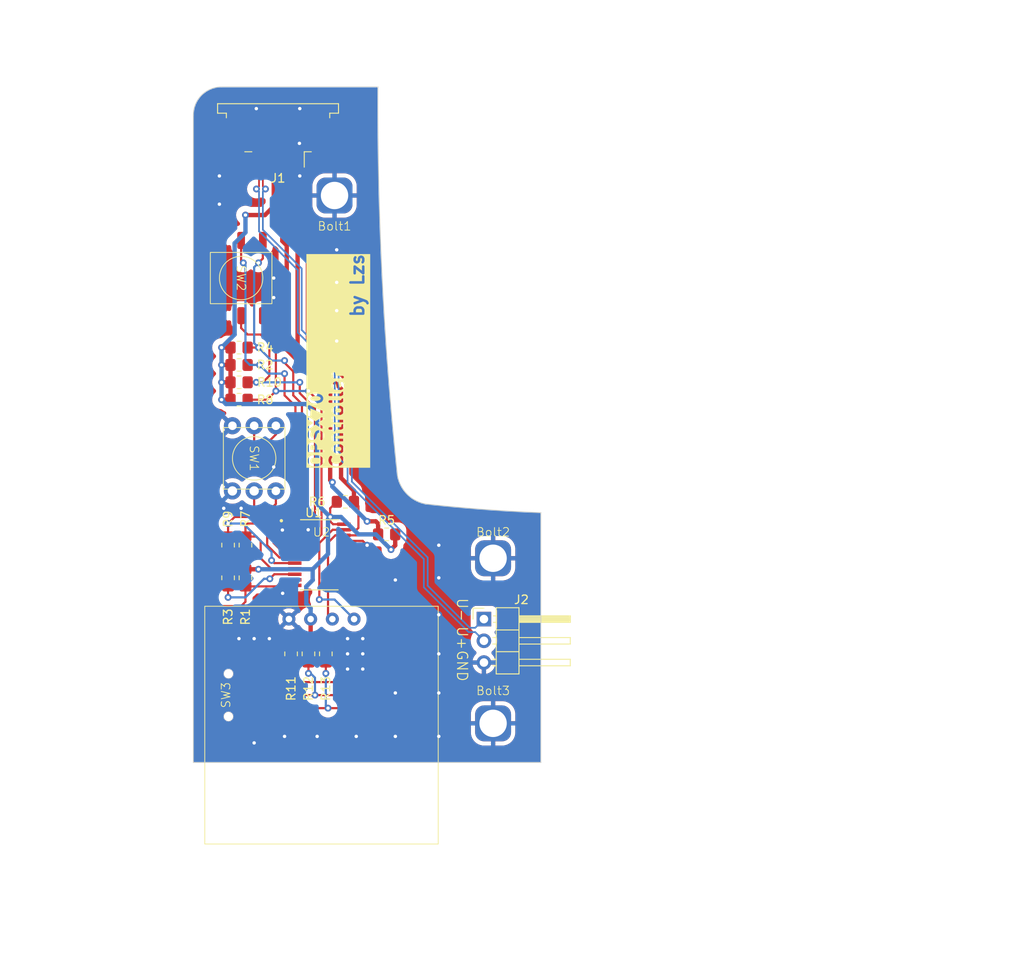
<source format=kicad_pcb>
(kicad_pcb (version 20221018) (generator pcbnew)
  (layers (0 "F.Cu" signal) (31 "B.Cu" signal) (34 "B.Paste" user) (35 "F.Paste" user) (36 "B.SilkS" user "B.Silkscreen") (37 "F.SilkS" user "F.Silkscreen") (38 "B.Mask" user) (39 "F.Mask" user) (44 "Edge.Cuts" user))
  (net 0 "")
  (net 7 "/SCL")
  (net 8 "+3.3V")
  (net 9 "/SDA")
  (net 10 "GND")
  (net 11 "/M_8")
  (net 12 "/M_4")
  (net 13 "/M_2")
  (net 14 "/M_1")
  (net 15 "/A_8")
  (net 16 "/A_4")
  (net 17 "/A_2")
  (net 18 "/A_1")
  (net 19 "/UD-")
  (net 20 "/UD+")
  (net 21 "/SW_A")
  (net 22 "/SW_PUSH")
  (net 23 "/SW_B")
  (footprint "Resistor_SMD:R_0805_2012Metric_Pad1.20x1.40mm_HandSolder" (layer "F.Cu") (at 97.536 98.298 180)
    (fp_text reference "R6" (at 3.302 0) (layer "F.SilkS"))
    (fp_text value "10k")
    (pad "1" smd roundrect (at -1 0 180) (size 1.2 1.4) (layers "F.Cu" "F.Paste" "F.Mask") (roundrect_rratio 0.2083333333) (net 9 "/SDA"))
    (pad "2" smd roundrect (at 1 0 180) (size 1.2 1.4) (layers "F.Cu" "F.Paste" "F.Mask") (roundrect_rratio 0.2083333333) (net 8 "+3.3V"))
  )
  (footprint "Resistor_SMD:R_0805_2012Metric_Pad1.20x1.40mm_HandSolder" (layer "F.Cu") (at 85.106 86.36 180)
    (fp_text reference "R8" (at -3.048 0) (layer "F.SilkS"))
    (fp_text value "100k")
    (pad "1" smd roundrect (at -1 0 180) (size 1.2 1.4) (layers "F.Cu" "F.Paste" "F.Mask") (roundrect_rratio 0.2083333333) (net 17 "/A_2"))
    (pad "2" smd roundrect (at 1 0 180) (size 1.2 1.4) (layers "F.Cu" "F.Paste" "F.Mask") (roundrect_rratio 0.2083333333) (net 8 "+3.3V"))
  )
  (footprint "0JIMMY:M3_Bolt" (layer "F.Cu") (at 114.808 104.902)
    (fp_text reference "Bolt2" (at 0 -3.048 unlocked) (layer "F.SilkS") (effects (font (thickness 0.1))))
    (fp_text value "~")
    (pad "B" thru_hole roundrect (at 0 0) (size 4.2 4.2) (drill 3.2) (layers "*.Cu" "*.Mask" "Dwgs.User") (net 10 "GND"))
  )
  (footprint "Connector_FFC-FPC:TE_84953-6_1x06-1MP_P1.0mm_Horizontal" (layer "F.Cu") (at 89.662 56.46 180)
    (fp_text reference "J1" (at 0 -4 180) (layer "F.SilkS"))
    (fp_text value "Conn_01x06_Socket")
    (pad "1" smd rect (at -2.5 -1.8 180) (size 0.61 2.2) (layers "F.Cu" "F.Paste" "F.Mask") (net 10 "GND"))
    (pad "2" smd rect (at -1.5 -1.8 180) (size 0.61 2.2) (layers "F.Cu" "F.Paste" "F.Mask") (net 9 "/SDA"))
    (pad "3" smd rect (at -0.5 -1.8 180) (size 0.61 2.2) (layers "F.Cu" "F.Paste" "F.Mask") (net 7 "/SCL"))
    (pad "4" smd rect (at 0.5 -1.8 180) (size 0.61 2.2) (layers "F.Cu" "F.Paste" "F.Mask") (net 8 "+3.3V"))
    (pad "5" smd rect (at 1.5 -1.8 180) (size 0.61 2.2) (layers "F.Cu" "F.Paste" "F.Mask") (net 19 "/UD-"))
    (pad "6" smd rect (at 2.5 -1.8 180) (size 0.61 2.2) (layers "F.Cu" "F.Paste" "F.Mask") (net 20 "/UD+"))
    (pad "MP" smd rect (at -5.49 1 180) (size 2.68 3.6) (layers "F.Cu" "F.Paste" "F.Mask"))
    (pad "MP" smd rect (at 5.49 1 180) (size 2.68 3.6) (layers "F.Cu" "F.Paste" "F.Mask"))
  )
  (footprint "Resistor_SMD:R_0805_2012Metric_Pad1.20x1.40mm_HandSolder" (layer "F.Cu") (at 83.82 107.188 90)
    (fp_text reference "R3" (at -4.572 0 90) (layer "F.SilkS"))
    (fp_text value "100k")
    (pad "1" smd roundrect (at -1 0 90) (size 1.2 1.4) (layers "F.Cu" "F.Paste" "F.Mask") (roundrect_rratio 0.2083333333) (net 12 "/M_4"))
    (pad "2" smd roundrect (at 1 0 90) (size 1.2 1.4) (layers "F.Cu" "F.Paste" "F.Mask") (roundrect_rratio 0.2083333333) (net 8 "+3.3V"))
  )
  (footprint "Resistor_SMD:R_0805_2012Metric_Pad1.20x1.40mm_HandSolder" (layer "F.Cu") (at 102.362 102.108)
    (fp_text reference "R5" (at 0 -1.65) (layer "F.SilkS"))
    (fp_text value "10k")
    (pad "1" smd roundrect (at -1 0) (size 1.2 1.4) (layers "F.Cu" "F.Paste" "F.Mask") (roundrect_rratio 0.2083333333) (net 7 "/SCL"))
    (pad "2" smd roundrect (at 1 0) (size 1.2 1.4) (layers "F.Cu" "F.Paste" "F.Mask") (roundrect_rratio 0.2083333333) (net 8 "+3.3V"))
  )
  (footprint "0JIMMY:M3_Bolt" (layer "F.Cu") (at 114.808 124.206)
    (fp_text reference "Bolt3" (at 0 -3.81 unlocked) (layer "F.SilkS") (effects (font (thickness 0.1))))
    (fp_text value "~")
    (pad "B" thru_hole roundrect (at 0 0) (size 4.2 4.2) (drill 3.2) (layers "*.Cu" "*.Mask" "Dwgs.User") (net 10 "GND"))
  )
  (footprint "Resistor_SMD:R_0805_2012Metric_Pad1.20x1.40mm_HandSolder" (layer "F.Cu") (at 93.218 116.078 90)
    (fp_text reference "R12" (at -4.064 0 90) (layer "F.SilkS"))
    (fp_text value "100k")
    (pad "1" smd roundrect (at -1 0 90) (size 1.2 1.4) (layers "F.Cu" "F.Paste" "F.Mask") (roundrect_rratio 0.2083333333) (net 22 "/SW_PUSH"))
    (pad "2" smd roundrect (at 1 0 90) (size 1.2 1.4) (layers "F.Cu" "F.Paste" "F.Mask") (roundrect_rratio 0.2083333333) (net 8 "+3.3V"))
  )
  (footprint "Resistor_SMD:R_0805_2012Metric_Pad1.20x1.40mm_HandSolder" (layer "F.Cu") (at 85.106 82.296 180)
    (fp_text reference "R2" (at -3.048 0) (layer "F.SilkS"))
    (fp_text value "100k")
    (pad "1" smd roundrect (at -1 0 180) (size 1.2 1.4) (layers "F.Cu" "F.Paste" "F.Mask") (roundrect_rratio 0.2083333333) (net 15 "/A_8"))
    (pad "2" smd roundrect (at 1 0 180) (size 1.2 1.4) (layers "F.Cu" "F.Paste" "F.Mask") (roundrect_rratio 0.2083333333) (net 8 "+3.3V"))
  )
  (footprint "SW_CODED:Direction3 Pin5" (layer "F.Cu") (at 87.5155 120.904 90)
    (fp_text reference "SW3" (at 0 -3.9495 90 unlocked) (layer "F.SilkS") (effects (font (thickness 0.1))))
    (fp_text value "~")
    (fp_circle (center -2.5 -3.65) (end -1.95 -3.65) (stroke (width 0.05)) (fill none) (layer "Edge.Cuts"))
    (fp_circle (center 2.5 -3.65) (end 3.05 -3.65) (stroke (width 0.05)) (fill none) (layer "Edge.Cuts"))
    (pad "A" smd rect (at -5.4 -4.65 90) (size 1.8 1.8) (layers "F.Cu" "F.Paste" "F.Mask") (net 10 "GND"))
    (pad "A" smd rect (at 5.4 -4.65 90) (size 1.8 1.8) (layers "F.Cu" "F.Paste" "F.Mask") (net 10 "GND"))
    (pad "B" smd roundrect (at -2.5 0 90) (size 1.9 2.5) (layers "F.Cu" "F.Paste" "F.Mask") (net 21 "/SW_A"))
    (pad "C" smd roundrect (at 0 0 90) (size 1.9 2.5) (layers "F.Cu" "F.Paste" "F.Mask") (net 22 "/SW_PUSH"))
    (pad "D" smd roundrect (at 2.5 0 90) (size 1.9 2.5) (layers "F.Cu" "F.Paste" "F.Mask") (net 23 "/SW_B"))
  )
  (footprint "0JIMMY:OLED 0.96 i2c" (layer "F.Cu") (at 94.742 112.014)
    (fp_text reference "U2" (at 0 -10.16 unlocked) (layer "F.SilkS") (effects (font (thickness 0.1))))
    (fp_text value "~")
    (pad "1" thru_hole circle (at -3.81 0) (size 1.524 1.524) (drill 0.762) (layers "*.Cu" "*.Mask") (net 10 "GND"))
    (pad "2" thru_hole circle (at -1.27 0) (size 1.524 1.524) (drill 0.762) (layers "*.Cu" "*.Mask") (net 8 "+3.3V"))
    (pad "3" thru_hole circle (at 1.27 0) (size 1.524 1.524) (drill 0.762) (layers "*.Cu" "*.Mask") (net 7 "/SCL"))
    (pad "4" thru_hole circle (at 3.81 0) (size 1.524 1.524) (drill 0.762) (layers "*.Cu" "*.Mask") (net 9 "/SDA"))
  )
  (footprint "Resistor_SMD:R_0805_2012Metric_Pad1.20x1.40mm_HandSolder" (layer "F.Cu") (at 85.106 84.328 180)
    (fp_text reference "R10" (at -3.556 0) (layer "F.SilkS"))
    (fp_text value "100k")
    (pad "1" smd roundrect (at -1 0 180) (size 1.2 1.4) (layers "F.Cu" "F.Paste" "F.Mask") (roundrect_rratio 0.2083333333) (net 18 "/A_1"))
    (pad "2" smd roundrect (at 1 0 180) (size 1.2 1.4) (layers "F.Cu" "F.Paste" "F.Mask") (roundrect_rratio 0.2083333333) (net 8 "+3.3V"))
  )
  (footprint "Connector_PinHeader_2.54mm:PinHeader_1x03_P2.54mm_Horizontal" (layer "F.Cu") (at 113.735 112.014)
    (fp_text reference "J2" (at 4.385 -2.27) (layer "F.SilkS"))
    (fp_text value "Conn_01x03_Socket")
    (pad "1" thru_hole rect (at 0 0) (size 1.7 1.7) (drill 1) (layers "*.Cu" "*.Mask") (net 19 "/UD-"))
    (pad "2" thru_hole oval (at 0 2.54) (size 1.7 1.7) (drill 1) (layers "*.Cu" "*.Mask") (net 20 "/UD+"))
    (pad "3" thru_hole oval (at 0 5.08) (size 1.7 1.7) (drill 1) (layers "*.Cu" "*.Mask") (net 10 "GND"))
  )
  (footprint "Resistor_SMD:R_0805_2012Metric_Pad1.20x1.40mm_HandSolder" (layer "F.Cu") (at 85.852 103.362 -90)
    (fp_text reference "R7" (at -3.048 0 90) (layer "F.SilkS"))
    (fp_text value "100k")
    (pad "1" smd roundrect (at -1 0 270) (size 1.2 1.4) (layers "F.Cu" "F.Paste" "F.Mask") (roundrect_rratio 0.2083333333) (net 13 "/M_2"))
    (pad "2" smd roundrect (at 1 0 270) (size 1.2 1.4) (layers "F.Cu" "F.Paste" "F.Mask") (roundrect_rratio 0.2083333333) (net 8 "+3.3V"))
  )
  (footprint "SW_CODED:GSMR_16" (layer "F.Cu") (at 86.868 93.218 -90)
    (fp_text reference "SW1" (at 0 0 -90 unlocked) (layer "F.SilkS") (effects (font (thickness 0.1))))
    (fp_text value "~")
    (pad "1" thru_hole circle (at 3.81 0 270) (size 2 2) (drill 1.1) (layers "*.Cu" "*.Mask") (net 14 "/M_1"))
    (pad "2" thru_hole circle (at 3.81 -2.54 270) (size 2 2) (drill 1) (layers "*.Cu" "*.Mask") (net 13 "/M_2"))
    (pad "4" thru_hole circle (at -3.81 -2.54 270) (size 2 2) (drill 1) (layers "*.Cu" "*.Mask") (net 12 "/M_4"))
    (pad "8" thru_hole circle (at -3.81 0 270) (size 2 2) (drill 1) (layers "*.Cu" "*.Mask") (net 11 "/M_8"))
    (pad "C" thru_hole circle (at -3.81 2.54 270) (size 2 2) (drill 1) (layers "*.Cu" "*.Mask") (net 10 "GND"))
    (pad "C" thru_hole circle (at 3.81 2.54 270) (size 2 2) (drill 1.1) (layers "*.Cu" "*.Mask") (net 10 "GND"))
  )
  (footprint "PCF8575PWR:SOP65P640X120-24N" (layer "F.Cu") (at 94.488 104.495)
    (fp_text reference "U1" (at -0.645 -4.912) (layer "F.SilkS"))
    (fp_text value "PCF8575PWR")
    (pad "1" smd roundrect (at -2.87 -3.575) (size 1.57 0.41) (layers "F.Cu" "F.Paste" "F.Mask") (roundrect_rratio 0.05))
    (pad "2" smd roundrect (at -2.87 -2.925) (size 1.57 0.41) (layers "F.Cu" "F.Paste" "F.Mask") (roundrect_rratio 0.05) (net 10 "GND"))
    (pad "3" smd roundrect (at -2.87 -2.275) (size 1.57 0.41) (layers "F.Cu" "F.Paste" "F.Mask") (roundrect_rratio 0.05) (net 10 "GND"))
    (pad "4" smd roundrect (at -2.87 -1.625) (size 1.57 0.41) (layers "F.Cu" "F.Paste" "F.Mask") (roundrect_rratio 0.05) (net 18 "/A_1"))
    (pad "5" smd roundrect (at -2.87 -0.975) (size 1.57 0.41) (layers "F.Cu" "F.Paste" "F.Mask") (roundrect_rratio 0.05) (net 17 "/A_2"))
    (pad "6" smd roundrect (at -2.87 -0.325) (size 1.57 0.41) (layers "F.Cu" "F.Paste" "F.Mask") (roundrect_rratio 0.05) (net 16 "/A_4"))
    (pad "7" smd roundrect (at -2.87 0.325) (size 1.57 0.41) (layers "F.Cu" "F.Paste" "F.Mask") (roundrect_rratio 0.05) (net 15 "/A_8"))
    (pad "8" smd roundrect (at -2.87 0.975) (size 1.57 0.41) (layers "F.Cu" "F.Paste" "F.Mask") (roundrect_rratio 0.05) (net 14 "/M_1"))
    (pad "9" smd roundrect (at -2.87 1.625) (size 1.57 0.41) (layers "F.Cu" "F.Paste" "F.Mask") (roundrect_rratio 0.05) (net 13 "/M_2"))
    (pad "10" smd roundrect (at -2.87 2.275) (size 1.57 0.41) (layers "F.Cu" "F.Paste" "F.Mask") (roundrect_rratio 0.05) (net 12 "/M_4"))
    (pad "11" smd roundrect (at -2.87 2.925) (size 1.57 0.41) (layers "F.Cu" "F.Paste" "F.Mask") (roundrect_rratio 0.05) (net 11 "/M_8"))
    (pad "12" smd roundrect (at -2.87 3.575) (size 1.57 0.41) (layers "F.Cu" "F.Paste" "F.Mask") (roundrect_rratio 0.05) (net 10 "GND"))
    (pad "13" smd roundrect (at 2.87 3.575) (size 1.57 0.41) (layers "F.Cu" "F.Paste" "F.Mask") (roundrect_rratio 0.05) (net 23 "/SW_B"))
    (pad "14" smd roundrect (at 2.87 2.925) (size 1.57 0.41) (layers "F.Cu" "F.Paste" "F.Mask") (roundrect_rratio 0.05) (net 22 "/SW_PUSH"))
    (pad "15" smd roundrect (at 2.87 2.275) (size 1.57 0.41) (layers "F.Cu" "F.Paste" "F.Mask") (roundrect_rratio 0.05) (net 21 "/SW_A"))
    (pad "16" smd roundrect (at 2.87 1.625) (size 1.57 0.41) (layers "F.Cu" "F.Paste" "F.Mask") (roundrect_rratio 0.05))
    (pad "17" smd roundrect (at 2.87 0.975) (size 1.57 0.41) (layers "F.Cu" "F.Paste" "F.Mask") (roundrect_rratio 0.05))
    (pad "18" smd roundrect (at 2.87 0.325) (size 1.57 0.41) (layers "F.Cu" "F.Paste" "F.Mask") (roundrect_rratio 0.05))
    (pad "19" smd roundrect (at 2.87 -0.325) (size 1.57 0.41) (layers "F.Cu" "F.Paste" "F.Mask") (roundrect_rratio 0.05))
    (pad "20" smd roundrect (at 2.87 -0.975) (size 1.57 0.41) (layers "F.Cu" "F.Paste" "F.Mask") (roundrect_rratio 0.05))
    (pad "21" smd roundrect (at 2.87 -1.625) (size 1.57 0.41) (layers "F.Cu" "F.Paste" "F.Mask") (roundrect_rratio 0.05) (net 10 "GND"))
    (pad "22" smd roundrect (at 2.87 -2.275) (size 1.57 0.41) (layers "F.Cu" "F.Paste" "F.Mask") (roundrect_rratio 0.05) (net 7 "/SCL"))
    (pad "23" smd roundrect (at 2.87 -2.925) (size 1.57 0.41) (layers "F.Cu" "F.Paste" "F.Mask") (roundrect_rratio 0.05) (net 9 "/SDA"))
    (pad "24" smd roundrect (at 2.87 -3.575) (size 1.57 0.41) (layers "F.Cu" "F.Paste" "F.Mask") (roundrect_rratio 0.05) (net 8 "+3.3V"))
  )
  (footprint "Resistor_SMD:R_0805_2012Metric_Pad1.20x1.40mm_HandSolder" (layer "F.Cu") (at 95.25 116.078 90)
    (fp_text reference "R13" (at -4.064 0 90) (layer "F.SilkS"))
    (fp_text value "100k")
    (pad "1" smd roundrect (at -1 0 90) (size 1.2 1.4) (layers "F.Cu" "F.Paste" "F.Mask") (roundrect_rratio 0.2083333333) (net 21 "/SW_A"))
    (pad "2" smd roundrect (at 1 0 90) (size 1.2 1.4) (layers "F.Cu" "F.Paste" "F.Mask") (roundrect_rratio 0.2083333333) (net 8 "+3.3V"))
  )
  (footprint "Resistor_SMD:R_0805_2012Metric_Pad1.20x1.40mm_HandSolder" (layer "F.Cu") (at 85.106 80.264 180)
    (fp_text reference "R4" (at -3.048 0) (layer "F.SilkS"))
    (fp_text value "100k")
    (pad "1" smd roundrect (at -1 0 180) (size 1.2 1.4) (layers "F.Cu" "F.Paste" "F.Mask") (roundrect_rratio 0.2083333333) (net 16 "/A_4"))
    (pad "2" smd roundrect (at 1 0 180) (size 1.2 1.4) (layers "F.Cu" "F.Paste" "F.Mask") (roundrect_rratio 0.2083333333) (net 8 "+3.3V"))
  )
  (footprint "Resistor_SMD:R_0805_2012Metric_Pad1.20x1.40mm_HandSolder" (layer "F.Cu") (at 91.186 116.078 90)
    (fp_text reference "R11" (at -4.064 0 90) (layer "F.SilkS"))
    (fp_text value "100k")
    (pad "1" smd roundrect (at -1 0 90) (size 1.2 1.4) (layers "F.Cu" "F.Paste" "F.Mask") (roundrect_rratio 0.2083333333) (net 23 "/SW_B"))
    (pad "2" smd roundrect (at 1 0 90) (size 1.2 1.4) (layers "F.Cu" "F.Paste" "F.Mask") (roundrect_rratio 0.2083333333) (net 8 "+3.3V"))
  )
  (footprint "Resistor_SMD:R_0805_2012Metric_Pad1.20x1.40mm_HandSolder" (layer "F.Cu") (at 83.82 103.362 -90)
    (fp_text reference "R9" (at -3.048 0 90) (layer "F.SilkS"))
    (fp_text value "100k")
    (pad "1" smd roundrect (at -1 0 270) (size 1.2 1.4) (layers "F.Cu" "F.Paste" "F.Mask") (roundrect_rratio 0.2083333333) (net 14 "/M_1"))
    (pad "2" smd roundrect (at 1 0 270) (size 1.2 1.4) (layers "F.Cu" "F.Paste" "F.Mask") (roundrect_rratio 0.2083333333) (net 8 "+3.3V"))
  )
  (footprint "0JIMMY:M3_Bolt" (layer "F.Cu") (at 96.266 62.484)
    (fp_text reference "Bolt1" (at 0 3.592102 unlocked) (layer "F.SilkS") (effects (font (thickness 0.1))))
    (fp_text value "~")
    (pad "B" thru_hole roundrect (at 0 0) (size 4.2 4.2) (drill 3.2) (layers "*.Cu" "*.Mask" "Dwgs.User") (net 10 "GND"))
  )
  (footprint "SW_CODED:GSMR_10S" (layer "F.Cu") (at 85.344 72.136 -90)
    (fp_text reference "SW2" (at 0 0 -90 unlocked) (layer "F.SilkS") (effects (font (thickness 0.1))))
    (fp_text value "~")
    (pad "1" smd roundrect (at 4.4 0 270) (size 2 0.9) (layers "F.Cu" "F.Paste" "F.Mask") (net 18 "/A_1"))
    (pad "2" smd roundrect (at 4.4 -2.54 270) (size 2 0.9) (layers "F.Cu" "F.Paste" "F.Mask") (net 17 "/A_2"))
    (pad "4" smd roundrect (at -4.4 -2.54 270) (size 2 0.9) (layers "F.Cu" "F.Paste" "F.Mask") (net 16 "/A_4"))
    (pad "8" smd roundrect (at -4.4 0 270) (size 2 0.9) (layers "F.Cu" "F.Paste" "F.Mask") (net 15 "/A_8"))
    (pad "C" smd roundrect (at -4.4 2.54 270) (size 2 0.9) (layers "F.Cu" "F.Paste" "F.Mask") (net 10 "GND"))
    (pad "C" smd roundrect (at 4.4 2.54 270) (size 2 0.9) (layers "F.Cu" "F.Paste" "F.Mask") (net 10 "GND"))
  )
  (footprint "Resistor_SMD:R_0805_2012Metric_Pad1.20x1.40mm_HandSolder" (layer "F.Cu") (at 85.852 107.188 90)
    (fp_text reference "R1" (at -4.572 0 90) (layer "F.SilkS"))
    (fp_text value "100k")
    (pad "1" smd roundrect (at -1 0 90) (size 1.2 1.4) (layers "F.Cu" "F.Paste" "F.Mask") (roundrect_rratio 0.2083333333) (net 11 "/M_8"))
    (pad "2" smd roundrect (at 1 0 90) (size 1.2 1.4) (layers "F.Cu" "F.Paste" "F.Mask") (roundrect_rratio 0.2083333333) (net 8 "+3.3V"))
  )
  (gr_arc locked (start 106.934 98.552) (mid 104.767263 97.416737) (end 103.632 95.25) (stroke (width 0.1)) (layer "Edge.Cuts"))
  (gr_arc locked (start 79.756 53.086) (mid 80.723133 50.751133) (end 83.058 49.784) (stroke (width 0.1)) (layer "Edge.Cuts"))
  (gr_arc locked (start 120.396 99.568) (mid 113.655862 99.181082) (end 106.934 98.552) (stroke (width 0.1)) (layer "Edge.Cuts"))
  (gr_arc locked (start 103.632 95.25) (mid 101.863781 72.548436) (end 101.346 49.784) (stroke (width 0.1)) (layer "Edge.Cuts"))
  (gr_line locked (start 79.756 128.778) (end 120.396 128.778) (stroke (width 0.1)) (layer "Edge.Cuts"))
  (gr_line locked (start 101.346 49.784) (end 83.058 49.784) (stroke (width 0.1)) (layer "Edge.Cuts"))
  (gr_line locked (start 120.396 128.778) (end 120.396 99.568) (stroke (width 0.1)) (layer "Edge.Cuts"))
  (gr_line locked (start 79.756 53.086) (end 79.756 128.778) (stroke (width 0.1)) (layer "Edge.Cuts"))
  (gr_text "OPSX70\nController\n			by Lzs" (at 99.822 94.488 90) (layer "F.SilkS" knockout) (effects (font (size 1.5 1.5) (thickness 0.3) bold) (justify left bottom)))
  (gr_text "GND" (at 110.49 115.57 270) (layer "F.SilkS") (effects (font (size 1.2 1.2) (thickness 0.125)) (justify left bottom)))
  (gr_text "U+" (at 110.49 112.776 270) (layer "F.SilkS") (effects (font (size 1.2 1.2) (thickness 0.125)) (justify left bottom)))
  (gr_text "U-" (at 110.49 109.474 270) (layer "F.SilkS") (effects (font (size 1.2 1.2) (thickness 0.125)) (justify left bottom)))
  (segment (start 100.076 100.584) (end 101.092 100.584) (width 0.508) (layer "F.Cu") (net 7))
  (segment (start 90.678 68.326) (end 90.162 67.81) (width 0.508) (layer "F.Cu") (net 7))
  (segment (start 95.758 85.598) (end 90.678 80.518) (width 0.508) (layer "F.Cu") (net 7))
  (segment (start 95.758 94.234) (end 95.758 85.598) (width 0.508) (layer "F.Cu") (net 7))
  (segment (start 101.362 102.108) (end 101.25 102.22) (width 0.254) (layer "F.Cu") (net 7))
  (segment (start 95.504 111.506) (end 96.012 112.014) (width 0.254) (layer "F.Cu") (net 7))
  (segment (start 97.358 102.22) (end 96.36078 102.22) (width 0.254) (layer "F.Cu") (net 7))
  (segment (start 90.678 80.518) (end 90.678 68.326) (width 0.508) (layer "F.Cu") (net 7))
  (segment (start 101.092 100.584) (end 101.362 100.854) (width 0.508) (layer "F.Cu") (net 7))
  (segment (start 96.36078 102.22) (end 95.504 103.07678) (width 0.254) (layer "F.Cu") (net 7))
  (segment (start 90.162 67.81) (end 90.162 58.26) (width 0.508) (layer "F.Cu") (net 7))
  (segment (start 95.758 94.234) (end 95.758 95.758) (width 0.508) (layer "F.Cu") (net 7))
  (segment (start 101.25 102.22) (end 97.358 102.22) (width 0.254) (layer "F.Cu") (net 7))
  (segment (start 95.504 103.07678) (end 95.504 111.506) (width 0.254) (layer "F.Cu") (net 7))
  (segment (start 101.362 100.854) (end 101.362 102.108) (width 0.508) (layer "F.Cu") (net 7))
  (segment (start 95.758 95.758) (end 96.012 96.012) (width 0.508) (layer "F.Cu") (net 7))
  (via (at 100.076 100.584) (size 0.8) (drill 0.4) (layers "F.Cu" "B.Cu") (net 7))
  (via (at 96.012 96.012) (size 0.8) (drill 0.4) (layers "F.Cu" "B.Cu") (net 7))
  (segment (start 100.076 100.584) (end 96.012 96.52) (width 0.508) (layer "B.Cu") (net 7))
  (segment (start 96.012 96.52) (end 96.012 96.012) (width 0.508) (layer "B.Cu") (net 7))
  (segment (start 87.376 106.188) (end 85.852 106.188) (width 0.508) (layer "F.Cu") (net 8))
  (segment (start 93.472 112.014) (end 93.472 114.824) (width 0.508) (layer "F.Cu") (net 8))
  (segment (start 102.87 103.886) (end 103.362 103.394) (width 0.508) (layer "F.Cu") (net 8))
  (segment (start 93.218 115.078) (end 95.25 115.078) (width 0.508) (layer "F.Cu") (net 8))
  (segment (start 84.106 80.264) (end 84.106 82.296) (width 0.508) (layer "F.Cu") (net 8))
  (segment (start 84.106 82.296) (end 83.058 82.296) (width 0.508) (layer "F.Cu") (net 8))
  (segment (start 95.758 99.06) (end 96.52 98.298) (width 0.254) (layer "F.Cu") (net 8))
  (segment (start 89.162 63.746) (end 89.162 58.26) (width 0.508) (layer "F.Cu") (net 8))
  (segment (start 85.852 64.77) (end 88.138 64.77) (width 0.508) (layer "F.Cu") (net 8))
  (segment (start 96.094 100.92) (end 97.358 100.92) (width 0.254) (layer "F.Cu") (net 8))
  (segment (start 103.362 103.394) (end 103.362 102.108) (width 0.508) (layer "F.Cu") (net 8))
  (segment (start 83.82 104.378) (end 85.852 104.378) (width 0.508) (layer "F.Cu") (net 8))
  (segment (start 84.106 84.328) (end 84.106 86.36) (width 0.508) (layer "F.Cu") (net 8))
  (segment (start 88.138 64.77) (end 89.162 63.746) (width 0.508) (layer "F.Cu") (net 8))
  (segment (start 83.82 106.442) (end 85.852 106.442) (width 0.508) (layer "F.Cu") (net 8))
  (segment (start 95.758 100.076) (end 95.758 100.584) (width 0.254) (layer "F.Cu") (net 8))
  (segment (start 83.058 84.328) (end 84.106 84.328) (width 0.508) (layer "F.Cu") (net 8))
  (segment (start 93.472 114.824) (end 93.218 115.078) (width 0.508) (layer "F.Cu") (net 8))
  (segment (start 95.758 100.076) (end 95.758 99.06) (width 0.254) (layer "F.Cu") (net 8))
  (segment (start 83.82 104.378) (end 83.82 106.442) (width 0.508) (layer "F.Cu") (net 8))
  (segment (start 96.52 98.298) (end 96.536 98.298) (width 0.254) (layer "F.Cu") (net 8))
  (segment (start 85.852 104.378) (end 85.852 106.442) (width 0.508) (layer "F.Cu") (net 8))
  (segment (start 95.758 100.584) (end 96.094 100.92) (width 0.254) (layer "F.Cu") (net 8))
  (segment (start 84.106 86.36) (end 83.058 86.36) (width 0.508) (layer "F.Cu") (net 8))
  (segment (start 84.106 82.296) (end 84.106 84.328) (width 0.508) (layer "F.Cu") (net 8))
  (segment (start 93.218 115.078) (end 91.186 115.078) (width 0.508) (layer "F.Cu") (net 8))
  (segment (start 84.106 80.264) (end 83.058 80.264) (width 0.508) (layer "F.Cu") (net 8))
  (via (at 95.758 100.076) (size 0.8) (drill 0.4) (layers "F.Cu" "B.Cu") (net 8))
  (via (at 85.852 64.77) (size 0.8) (drill 0.4) (layers "F.Cu" "B.Cu") (net 8))
  (via (at 83.058 80.264) (size 0.8) (drill 0.4) (layers "F.Cu" "B.Cu") (net 8))
  (via (at 83.058 86.36) (size 0.8) (drill 0.4) (layers "F.Cu" "B.Cu") (net 8))
  (via (at 102.87 103.886) (size 0.8) (drill 0.4) (layers "F.Cu" "B.Cu") (net 8))
  (via (at 87.376 106.188) (size 0.8) (drill 0.4) (layers "F.Cu" "B.Cu") (net 8))
  (via (at 83.058 84.328) (size 0.8) (drill 0.4) (layers "F.Cu" "B.Cu") (net 8))
  (via (at 83.058 82.296) (size 0.8) (drill 0.4) (layers "F.Cu" "B.Cu") (net 8))
  (segment (start 85.852 64.77) (end 85.852 66.802) (width 0.508) (layer "B.Cu") (net 8))
  (segment (start 92.964 108.204) (end 92.964 110.236) (width 0.508) (layer "B.Cu") (net 8))
  (segment (start 95.758 100.076) (end 95.504 100.33) (width 0.508) (layer "B.Cu") (net 8))
  (segment (start 93.726 107.442) (end 92.964 108.204) (width 0.508) (layer "B.Cu") (net 8))
  (segment (start 94.234 98.552) (end 95.758 100.076) (width 0.508) (layer "B.Cu") (net 8))
  (segment (start 83.058 86.36) (end 83.058 84.328) (width 0.508) (layer "B.Cu") (net 8))
  (segment (start 102.87 103.886) (end 101.092 102.108) (width 0.508) (layer "B.Cu") (net 8))
  (segment (start 83.058 86.36) (end 83.566 86.868) (width 0.508) (layer "B.Cu") (net 8))
  (segment (start 92.964 110.236) (end 93.472 110.744) (width 0.508) (layer "B.Cu") (net 8))
  (segment (start 84.582 68.072) (end 84.582 78.74) (width 0.508) (layer "B.Cu") (net 8))
  (segment (start 97.028 100.076) (end 95.758 100.076) (width 0.508) (layer "B.Cu") (net 8))
  (segment (start 93.71 107.426) (end 93.726 107.442) (width 0.508) (layer "B.Cu") (net 8))
  (segment (start 93.71 106.188) (end 93.71 107.426) (width 0.508) (layer "B.Cu") (net 8))
  (segment (start 95.504 104.394) (end 93.71 106.188) (width 0.508) (layer "B.Cu") (net 8))
  (segment (start 92.964 86.868) (end 94.234 88.138) (width 0.508) (layer "B.Cu") (net 8))
  (segment (start 83.058 82.296) (end 83.058 84.328) (width 0.508) (layer "B.Cu") (net 8))
  (segment (start 83.058 80.264) (end 83.058 82.296) (width 0.508) (layer "B.Cu") (net 8))
  (segment (start 93.472 110.744) (end 93.472 112.014) (width 0.508) (layer "B.Cu") (net 8))
  (segment (start 93.71 106.188) (end 87.376 106.188) (width 0.508) (layer "B.Cu") (net 8))
  (segment (start 83.566 86.868) (end 92.964 86.868) (width 0.508) (layer "B.Cu") (net 8))
  (segment (start 101.092 102.108) (end 99.06 102.108) (width 0.508) (layer "B.Cu") (net 8))
  (segment (start 95.504 100.33) (end 95.504 104.394) (width 0.508) (layer "B.Cu") (net 8))
  (segment (start 94.234 88.138) (end 94.234 98.552) (width 0.508) (layer "B.Cu") (net 8))
  (segment (start 85.852 66.802) (end 84.582 68.072) (width 0.508) (layer "B.Cu") (net 8))
  (segment (start 99.06 102.108) (end 97.028 100.076) (width 0.508) (layer "B.Cu") (net 8))
  (segment (start 84.582 78.74) (end 83.058 80.264) (width 0.508) (layer "B.Cu") (net 8))
  (segment (start 98.536 97.012) (end 97.028 95.504) (width 0.508) (layer "F.Cu") (net 9))
  (segment (start 96.042 101.57) (end 97.358 101.57) (width 0.254) (layer "F.Cu") (net 9))
  (segment (start 98.836 101.57) (end 97.358 101.57) (width 0.254) (layer "F.Cu") (net 9))
  (segment (start 98.536 98.298) (end 98.536 97.012) (width 0.508) (layer "F.Cu") (net 9))
  (segment (start 97.028 95.504) (end 97.028 85.09) (width 0.508) (layer "F.Cu") (net 9))
  (segment (start 91.162 67.032) (end 91.162 58.26) (width 0.508) (layer "F.Cu") (net 9))
  (segment (start 99.06 101.346) (end 98.836 101.57) (width 0.254) (layer "F.Cu") (net 9))
  (segment (start 91.948 80.01) (end 91.948 67.818) (width 0.508) (layer "F.Cu") (net 9))
  (segment (start 99.06 98.822) (end 99.06 101.346) (width 0.254) (layer "F.Cu") (net 9))
  (segment (start 94.488 103.124) (end 96.042 101.57) (width 0.254) (layer "F.Cu") (net 9))
  (segment (start 98.536 98.298) (end 99.06 98.822) (width 0.254) (layer "F.Cu") (net 9))
  (segment (start 97.028 85.09) (end 91.948 80.01) (width 0.508) (layer "F.Cu") (net 9))
  (segment (start 94.488 109.728) (end 94.488 103.124) (width 0.254) (layer "F.Cu") (net 9))
  (segment (start 91.948 67.818) (end 91.162 67.032) (width 0.508) (layer "F.Cu") (net 9))
  (via (at 94.488 109.728) (size 0.8) (drill 0.4) (layers "F.Cu" "B.Cu") (net 9))
  (segment (start 96.266 109.728) (end 98.552 112.014) (width 0.254) (layer "B.Cu") (net 9))
  (segment (start 94.488 109.728) (end 96.266 109.728) (width 0.254) (layer "B.Cu") (net 9))
  (segment (start 93.188 101.57) (end 91.618 101.57) (width 0.254) (layer "F.Cu") (net 10))
  (segment (start 91.618 101.57) (end 90.2 101.57) (width 0.254) (layer "F.Cu") (net 10))
  (segment (start 90.2 109) (end 90.2 108.7) (width 0.254) (layer "F.Cu") (net 10))
  (segment (start 99.568 102.87) (end 100.076 103.378) (width 0.254) (layer "F.Cu") (net 10))
  (segment (start 90.2 101.57) (end 90.17 101.6) (width 0.254) (layer "F.Cu") (net 10))
  (segment (start 97.358 102.87) (end 99.568 102.87) (width 0.254) (layer "F.Cu") (net 10))
  (segment (start 92.162 58.26) (end 92.162 60.158) (width 0.254) (layer "F.Cu") (net 10))
  (segment (start 92.162 60.158) (end 92.202 60.198) (width 0.254) (layer "F.Cu") (net 10))
  (segment (start 90.2 108.7) (end 90.83 108.07) (width 0.254) (layer "F.Cu") (net 10))
  (segment (start 91.618 101.57) (end 91.618 102.22) (width 0.254) (layer "F.Cu") (net 10))
  (segment (start 90.83 108.07) (end 91.618 108.07) (width 0.254) (layer "F.Cu") (net 10))
  (segment (start 92.162 56.388) (end 92.162 58.26) (width 0.254) (layer "F.Cu") (net 10))
  (via (at 108.458 120.65) (size 0.8) (drill 0.4) (layers "F.Cu" "B.Cu") (net 10))
  (via (at 108.458 125.73) (size 0.8) (drill 0.4) (layers "F.Cu" "B.Cu") (net 10))
  (via (at 96.52 68.834) (size 0.8) (drill 0.4) (layers "F.Cu" "B.Cu") (net 10))
  (via (at 100.076 103.378) (size 0.8) (drill 0.4) (layers "F.Cu" "B.Cu") (net 10))
  (via (at 85.344 99.06) (size 0.8) (drill 0.4) (layers "F.Cu" "B.Cu") (net 10))
  (via (at 96.52 72.644) (size 0.8) (drill 0.4) (layers "F.Cu" "B.Cu") (net 10))
  (via (at 93.188 101.57) (size 0.8) (drill 0.4) (layers "F.Cu" "B.Cu") (net 10))
  (via (at 97.79 114.3) (size 0.8) (drill 0.4) (layers "F.Cu" "B.Cu") (net 10))
  (via (at 108.458 103.378) (size 0.8) (drill 0.4) (layers "F.Cu" "B.Cu") (net 10))
  (via (at 99.568 117.856) (size 0.8) (drill 0.4) (layers "F.Cu" "B.Cu") (net 10))
  (via (at 86.868 114.3) (size 0.8) (drill 0.4) (layers "F.Cu" "B.Cu") (net 10))
  (via (at 89.154 72.136) (size 0.8) (drill 0.4) (layers "F.Cu" "B.Cu") (net 10))
  (via (at 87.122 52.324) (size 0.8) (drill 0.4) (layers "F.Cu" "B.Cu") (net 10))
  (via (at 97.79 117.856) (size 0.8) (drill 0.4) (layers "F.Cu" "B.Cu") (net 10))
  (via (at 86.868 126.492) (size 0.8) (drill 0.4) (layers "F.Cu" "B.Cu") (net 10))
  (via (at 90.424 125.73) (size 0.8) (drill 0.4) (layers "F.Cu" "B.Cu") (net 10))
  (via (at 96.52 75.946) (size 0.8) (drill 0.4) (layers "F.Cu" "B.Cu") (net 10))
  (via (at 108.458 107.188) (size 0.8) (drill 0.4) (layers "F.Cu" "B.Cu") (net 10))
  (via (at 97.79 116.078) (size 0.8) (drill 0.4) (layers "F.Cu" "B.Cu") (net 10))
  (via (at 82.804 63.5) (size 0.8) (drill 0.4) (layers "F.Cu" "B.Cu") (net 10))
  (via (at 85.09 114.3) (size 0.8) (drill 0.4) (layers "F.Cu" "B.Cu") (net 10))
  (via (at 90.17 101.6) (size 0.8) (drill 0.4) (layers "F.Cu" "B.Cu") (net 10))
  (via (at 88.646 114.3) (size 0.8) (drill 0.4) (layers "F.Cu" "B.Cu") (net 10))
  (via (at 83.312 99.06) (size 0.8) (drill 0.4) (layers "F.Cu" "B.Cu") (net 10))
  (via (at 103.378 120.65) (size 0.8) (drill 0.4) (layers "F.Cu" "B.Cu") (net 10))
  (via (at 90.2 109) (size 0.8) (drill 0.4) (layers "F.Cu" "B.Cu") (net 10))
  (via (at 99.568 114.3) (size 0.8) (drill 0.4) (layers "F.Cu" "B.Cu") (net 10))
  (via (at 108.458 116.078) (size 0.8) (drill 0.4) (layers "F.Cu" "B.Cu") (net 10))
  (via (at 92.162 56.388) (size 0.8) (drill 0.4) (layers "F.Cu" "B.Cu") (net 10))
  (via (at 89.154 94.234) (size 0.8) (drill 0.4) (layers "F.Cu" "B.Cu") (net 10))
  (via (at 82.804 60.198) (size 0.8) (drill 0.4) (layers "F.Cu" "B.Cu") (net 10))
  (via (at 108.458 111.506) (size 0.8) (drill 0.4) (layers "F.Cu" "B.Cu") (net 10))
  (via (at 92.202 52.324) (size 0.8) (drill 0.4) (layers "F.Cu" "B.Cu") (net 10))
  (via (at 89.154 74.422) (size 0.8) (drill 0.4) (layers "F.Cu" "B.Cu") (net 10))
  (via (at 92.202 60.198) (size 0.8) (drill 0.4) (layers "F.Cu" "B.Cu") (net 10))
  (via (at 103.378 125.73) (size 0.8) (drill 0.4) (layers "F.Cu" "B.Cu") (net 10))
  (via (at 96.52 79.502) (size 0.8) (drill 0.4) (layers "F.Cu" "B.Cu") (net 10))
  (via (at 94.234 125.73) (size 0.8) (drill 0.4) (layers "F.Cu" "B.Cu") (net 10))
  (via (at 103.378 107.442) (size 0.8) (drill 0.4) (layers "F.Cu" "B.Cu") (net 10))
  (via (at 98.806 125.73) (size 0.8) (drill 0.4) (layers "F.Cu" "B.Cu") (net 10))
  (via (at 99.568 116.078) (size 0.8) (drill 0.4) (layers "F.Cu" "B.Cu") (net 10))
  (segment (start 82.804 92.964) (end 81.534 94.234) (width 0.254) (layer "F.Cu") (net 11))
  (segment (start 86.868 91.948) (end 85.852 92.964) (width 0.254) (layer "F.Cu") (net 11))
  (segment (start 89.512 108.188) (end 90.28 107.42) (width 0.254) (layer "F.Cu") (net 11))
  (segment (start 85.344 110.49) (end 85.852 109.982) (width 0.254) (layer "F.Cu") (net 11))
  (segment (start 85.852 92.964) (end 82.804 92.964) (width 0.254) (layer "F.Cu") (net 11))
  (segment (start 85.852 108.188) (end 89.512 108.188) (width 0.254) (layer "F.Cu") (net 11))
  (segment (start 90.28 107.42) (end 91.618 107.42) (width 0.254) (layer "F.Cu") (net 11))
  (segment (start 86.868 89.408) (end 86.868 91.948) (width 0.254) (layer "F.Cu") (net 11))
  (segment (start 81.534 94.234) (end 81.534 109.728) (width 0.254) (layer "F.Cu") (net 11))
  (segment (start 81.534 109.728) (end 82.296 110.49) (width 0.254) (layer "F.Cu") (net 11))
  (segment (start 85.852 109.982) (end 85.852 108.188) (width 0.254) (layer "F.Cu") (net 11))
  (segment (start 82.296 110.49) (end 85.344 110.49) (width 0.254) (layer "F.Cu") (net 11))
  (segment (start 82.296 107.442) (end 83.042 108.188) (width 0.254) (layer "F.Cu") (net 12))
  (segment (start 89.408 89.408) (end 89.408 90.424) (width 0.254) (layer "F.Cu") (net 12))
  (segment (start 89.23 106.77) (end 91.618 106.77) (width 0.254) (layer "F.Cu") (net 12))
  (segment (start 86.106 93.726) (end 83.058 93.726) (width 0.254) (layer "F.Cu") (net 12))
  (segment (start 82.296 94.488) (end 82.296 107.442) (width 0.254) (layer "F.Cu") (net 12))
  (segment (start 83.82 109.474) (end 83.82 108.188) (width 0.254) (layer "F.Cu") (net 12))
  (segment (start 89.408 90.424) (end 86.106 93.726) (width 0.254) (layer "F.Cu") (net 12))
  (segment (start 83.058 93.726) (end 82.296 94.488) (width 0.254) (layer "F.Cu") (net 12))
  (segment (start 83.042 108.188) (end 83.82 108.188) (width 0.254) (layer "F.Cu") (net 12))
  (segment (start 88.7 107.3) (end 89.23 106.77) (width 0.254) (layer "F.Cu") (net 12))
  (via (at 88.7 107.3) (size 0.8) (drill 0.4) (layers "F.Cu" "B.Cu") (net 12))
  (via (at 83.82 109.474) (size 0.8) (drill 0.4) (layers "F.Cu" "B.Cu") (net 12))
  (segment (start 88.7 107.3) (end 88.026 107.3) (width 0.254) (layer "B.Cu") (net 12))
  (segment (start 85.852 109.474) (end 83.82 109.474) (width 0.254) (layer "B.Cu") (net 12))
  (segment (start 88.026 107.3) (end 85.852 109.474) (width 0.254) (layer "B.Cu") (net 12))
  (segment (start 85.852 102.362) (end 85.852 101.092) (width 0.254) (layer "F.Cu") (net 13))
  (segment (start 86.106 100.838) (end 87.122 100.838) (width 0.254) (layer "F.Cu") (net 13))
  (segment (start 88.848 106.12) (end 91.618 106.12) (width 0.254) (layer "F.Cu") (net 13))
  (segment (start 85.852 102.362) (end 87.122 102.362) (width 0.254) (layer "F.Cu") (net 13))
  (segment (start 87.122 100.838) (end 89.408 98.552) (width 0.254) (layer "F.Cu") (net 13))
  (segment (start 89.408 98.552) (end 89.408 97.028) (width 0.254) (layer "F.Cu") (net 13))
  (segment (start 87.122 102.362) (end 87.63 102.87) (width 0.254) (layer "F.Cu") (net 13))
  (segment (start 87.63 102.87) (end 87.63 104.902) (width 0.254) (layer "F.Cu") (net 13))
  (segment (start 87.63 104.902) (end 88.848 106.12) (width 0.254) (layer "F.Cu") (net 13))
  (segment (start 85.852 101.092) (end 86.106 100.838) (width 0.254) (layer "F.Cu") (net 13))
  (segment (start 84.582 100.076) (end 86.614 100.076) (width 0.254) (layer "F.Cu") (net 14))
  (segment (start 86.614 100.076) (end 86.868 99.822) (width 0.254) (layer "F.Cu") (net 14))
  (segment (start 86.868 99.822) (end 86.868 97.028) (width 0.254) (layer "F.Cu") (net 14))
  (segment (start 83.82 100.838) (end 83.82 102.362) (width 0.254) (layer "F.Cu") (net 14))
  (segment (start 88.905714 105.150286) (end 89.225428 105.47) (width 0.254) (layer "F.Cu") (net 14))
  (segment (start 89.225428 105.47) (end 91.618 105.47) (width 0.254) (layer "F.Cu") (net 14))
  (segment (start 83.82 100.838) (end 84.582 100.076) (width 0.254) (layer "F.Cu") (net 14))
  (via (at 83.82 100.838) (size 0.8) (drill 0.4) (layers "F.Cu" "B.Cu") (net 14))
  (via (at 88.905714 105.150286) (size 0.8) (drill 0.4) (layers "F.Cu" "B.Cu") (net 14))
  (segment (start 85.598 100.838) (end 83.82 100.838) (width 0.254) (layer "B.Cu") (net 14))
  (segment (start 88.905714 104.145714) (end 85.598 100.838) (width 0.254) (layer "B.Cu") (net 14))
  (segment (start 88.905714 105.150286) (end 88.905714 104.145714) (width 0.254) (layer "B.Cu") (net 14))
  (segment (start 90.424 83.312) (end 90.424 85.852) (width 0.254) (layer "F.Cu") (net 15))
  (segment (start 87.503 82.296) (end 86.106 82.296) (width 0.25) (layer "F.Cu") (net 15))
  (segment (start 89.916 99.06) (end 88.392 100.584) (width 0.254) (layer "F.Cu") (net 15))
  (segment (start 85.344 70.104) (end 85.344 67.736) (width 0.254) (layer "F.Cu") (net 15))
  (segment (start 90.424 85.852) (end 91.694 87.122) (width 0.254) (layer "F.Cu") (net 15))
  (segment (start 88.392 100.584) (end 88.392 103.378) (width 0.254) (layer "F.Cu") (net 15))
  (segment (start 90.932 99.06) (end 89.916 99.06) (width 0.254) (layer "F.Cu") (net 15))
  (segment (start 88.392 103.378) (end 89.834 104.82) (width 0.254) (layer "F.Cu") (net 15))
  (segment (start 89.834 104.82) (end 91.618 104.82) (width 0.254) (layer "F.Cu") (net 15))
  (segment (start 91.694 98.298) (end 90.932 99.06) (width 0.254) (layer "F.Cu") (net 15))
  (segment (start 85.598 70.358) (end 85.344 70.104) (width 0.254) (layer "F.Cu") (net 15))
  (segment (start 91.694 87.122) (end 91.694 98.298) (width 0.254) (layer "F.Cu") (net 15))
  (via (at 85.598 70.358) (size 0.8) (drill 0.4) (layers "F.Cu" "B.Cu") (net 15))
  (via (at 90.424 83.312) (size 0.8) (drill 0.4) (layers "F.Cu" "B.Cu") (net 15))
  (via (at 87.503 82.296) (size 0.8) (drill 0.4) (layers "F.Cu" "B.Cu") (net 15))
  (segment (start 85.852 81.788) (end 86.36 82.296) (width 0.254) (layer "B.Cu") (net 15))
  (segment (start 86.36 82.296) (end 87.503 82.296) (width 0.254) (layer "B.Cu") (net 15))
  (segment (start 85.852 70.612) (end 85.852 81.788) (width 0.254) (layer "B.Cu") (net 15))
  (segment (start 88.519 83.312) (end 87.503 82.296) (width 0.254) (layer "B.Cu") (net 15))
  (segment (start 85.598 70.358) (end 85.852 70.612) (width 0.254) (layer "B.Cu") (net 15))
  (segment (start 90.424 83.312) (end 88.519 83.312) (width 0.254) (layer "B.Cu") (net 15))
  (segment (start 87.884 69.85) (end 87.884 67.736) (width 0.254) (layer "F.Cu") (net 16))
  (segment (start 90.424 81.788) (end 90.424 82.042) (width 0.254) (layer "F.Cu") (net 16))
  (segment (start 89.154 100.838) (end 89.154 103.124) (width 0.254) (layer "F.Cu") (net 16))
  (segment (start 87.376 70.358) (end 87.884 69.85) (width 0.254) (layer "F.Cu") (net 16))
  (segment (start 91.44 85.852) (end 92.456 86.868) (width 0.254) (layer "F.Cu") (net 16))
  (segment (start 90.2 104.17) (end 91.618 104.17) (width 0.254) (layer "F.Cu") (net 16))
  (segment (start 87.376 80.264) (end 86.106 80.264) (width 0.254) (layer "F.Cu") (net 16))
  (segment (start 89.154 103.124) (end 90.2 104.17) (width 0.254) (layer "F.Cu") (net 16))
  (segment (start 90.424 82.042) (end 91.44 83.058) (width 0.254) (layer "F.Cu") (net 16))
  (segment (start 91.44 83.058) (end 91.44 85.852) (width 0.254) (layer "F.Cu") (net 16))
  (segment (start 90.17 99.822) (end 89.154 100.838) (width 0.254) (layer "F.Cu") (net 16))
  (segment (start 91.313 99.822) (end 90.17 99.822) (width 0.254) (layer "F.Cu") (net 16))
  (segment (start 92.456 98.679) (end 91.313 99.822) (width 0.254) (layer "F.Cu") (net 16))
  (segment (start 92.456 86.868) (end 92.456 98.679) (width 0.254) (layer "F.Cu") (net 16))
  (via (at 87.376 80.264) (size 0.8) (drill 0.4) (layers "F.Cu" "B.Cu") (net 16))
  (via (at 90.424 81.788) (size 0.8) (drill 0.4) (layers "F.Cu" "B.Cu") (net 16))
  (via (at 87.376 70.358) (size 0.8) (drill 0.4) (layers "F.Cu" "B.Cu") (net 16))
  (segment (start 88.9 81.788) (end 87.376 80.264) (width 0.254) (layer "B.Cu") (net 16))
  (segment (start 86.868 70.866) (end 86.868 79.756) (width 0.254) (layer "B.Cu") (net 16))
  (segment (start 87.376 70.358) (end 86.868 70.866) (width 0.254) (layer "B.Cu") (net 16))
  (segment (start 90.424 81.788) (end 88.9 81.788) (width 0.254) (layer "B.Cu") (net 16))
  (segment (start 86.868 79.756) (end 87.376 80.264) (width 0.254) (layer "B.Cu") (net 16))
  (segment (start 87.884 77.978) (end 89.408 79.502) (width 0.25) (layer "F.Cu") (net 17))
  (segment (start 93.218 85.344) (end 94.742 86.868) (width 0.254) (layer "F.Cu") (net 17))
  (segment (start 94.742 102.108) (end 93.33 103.52) (width 0.254) (layer "F.Cu") (net 17))
  (segment (start 87.884 76.536) (end 87.884 77.978) (width 0.25) (layer "F.Cu") (net 17))
  (segment (start 89.408 79.502) (end 89.408 85.344) (width 0.25) (layer "F.Cu") (net 17))
  (segment (start 93.33 103.52) (end 91.618 103.52) (width 0.254) (layer "F.Cu") (net 17))
  (segment (start 88.392 86.36) (end 86.106 86.36) (width 0.25) (layer "F.Cu") (net 17))
  (segment (start 89.408 85.344) (end 88.392 86.36) (width 0.25) (layer "F.Cu") (net 17))
  (segment (start 94.742 86.868) (end 94.742 102.108) (width 0.254) (layer "F.Cu") (net 17))
  (via (at 93.218 85.344) (size 0.8) (drill 0.4) (layers "F.Cu" "B.Cu") (net 17))
  (via (at 89.408 85.344) (size 0.8) (drill 0.4) (layers "F.Cu" "B.Cu") (net 17))
  (segment (start 93.218 85.344) (end 89.408 85.344) (width 0.254) (layer "B.Cu") (net 17))
  (segment (start 92.202 85.598) (end 93.98 87.376) (width 0.254) (layer "F.Cu") (net 18))
  (segment (start 88.646 83.566) (end 87.884 84.328) (width 0.25) (layer "F.Cu") (net 18))
  (segment (start 87.63 78.74) (end 88.646 79.756) (width 0.25) (layer "F.Cu") (net 18))
  (segment (start 85.344 77.978) (end 86.106 78.74) (width 0.25) (layer "F.Cu") (net 18))
  (segment (start 88.646 79.756) (end 88.646 83.566) (width 0.25) (layer "F.Cu") (net 18))
  (segment (start 93.98 102.108) (end 93.218 102.87) (width 0.254) (layer "F.Cu") (net 18))
  (segment (start 86.106 78.74) (end 87.63 78.74) (width 0.25) (layer "F.Cu") (net 18))
  (segment (start 92.202 84.328) (end 92.202 85.598) (width 0.254) (layer "F.Cu") (net 18))
  (segment (start 85.344 76.536) (end 85.344 77.978) (width 0.25) (layer "F.Cu") (net 18))
  (segment (start 93.218 102.87) (end 91.618 102.87) (width 0.254) (layer "F.Cu") (net 18))
  (segment (start 93.98 87.376) (end 93.98 102.108) (width 0.254) (layer "F.Cu") (net 18))
  (segment (start 87.122 84.328) (end 86.106 84.328) (width 0.25) (layer "F.Cu") (net 18))
  (segment (start 87.884 84.328) (end 87.122 84.328) (width 0.25) (layer "F.Cu") (net 18))
  (via (at 92.202 84.328) (size 0.8) (drill 0.4) (layers "F.Cu" "B.Cu") (net 18))
  (via (at 87.122 84.328) (size 0.8) (drill 0.4) (layers "F.Cu" "B.Cu") (net 18))
  (segment (start 92.202 84.328) (end 87.122 84.328) (width 0.254) (layer "B.Cu") (net 18))
  (segment (start 87.887001 58.534999) (end 87.887001 61.422001) (width 0.2) (layer "F.Cu") (net 19))
  (segment (start 88.162 58.26) (end 87.887001 58.534999) (width 0.2) (layer "F.Cu") (net 19))
  (segment (start 87.887001 61.422001) (end 88.187 61.722) (width 0.2) (layer "F.Cu") (net 19))
  (via (at 88.187 61.722) (size 0.8) (drill 0.4) (layers "F.Cu" "B.Cu") (net 19))
  (segment (start 107.159 108.1108) (end 112.0782 113.03) (width 0.2) (layer "B.Cu") (net 19))
  (segment (start 87.887001 66.486801) (end 92.427 71.0268) (width 0.2) (layer "B.Cu") (net 19))
  (segment (start 98.298 95.9478) (end 107.159 104.8088) (width 0.2) (layer "B.Cu") (net 19))
  (segment (start 107.159 104.8088) (end 107.159 108.1108) (width 0.2) (layer "B.Cu") (net 19))
  (segment (start 96.745 92.427) (end 98.298 93.98) (width 0.2) (layer "B.Cu") (net 19))
  (segment (start 98.298 93.98) (end 98.298 95.9478) (width 0.2) (layer "B.Cu") (net 19))
  (segment (start 112.0782 113.03) (end 112.719 113.03) (width 0.2) (layer "B.Cu") (net 19))
  (segment (start 92.427 71.0268) (end 92.427 78.203) (width 0.2) (layer "B.Cu") (net 19))
  (segment (start 87.887001 62.021999) (end 87.887001 66.486801) (width 0.2) (layer "B.Cu") (net 19))
  (segment (start 96.745 82.521) (end 96.745 92.427) (width 0.2) (layer "B.Cu") (net 19))
  (segment (start 88.187 61.722) (end 87.887001 62.021999) (width 0.2) (layer "B.Cu") (net 19))
  (segment (start 92.427 78.203) (end 96.745 82.521) (width 0.2) (layer "B.Cu") (net 19))
  (segment (start 112.719 113.03) (end 113.735 112.014) (width 0.2) (layer "B.Cu") (net 19))
  (segment (start 87.162 58.26) (end 87.436999 58.534999) (width 0.2) (layer "F.Cu") (net 20))
  (segment (start 87.436999 61.422001) (end 87.137 61.722) (width 0.2) (layer "F.Cu") (net 20))
  (segment (start 87.436999 58.534999) (end 87.436999 61.422001) (width 0.2) (layer "F.Cu") (net 20))
  (via (at 87.137 61.722) (size 0.8) (drill 0.4) (layers "F.Cu" "B.Cu") (net 20))
  (segment (start 111.9498 113.538) (end 112.719 113.538) (width 0.2) (layer "B.Cu") (net 20))
  (segment (start 97.79 94.234) (end 97.79 96.0762) (width 0.2) (layer "B.Cu") (net 20))
  (segment (start 97.79 96.0762) (end 106.709 104.9952) (width 0.2) (layer "B.Cu") (net 20))
  (segment (start 91.977 71.2132) (end 91.977 78.515) (width 0.2) (layer "B.Cu") (net 20))
  (segment (start 96.295 92.739) (end 97.79 94.234) (width 0.2) (layer "B.Cu") (net 20))
  (segment (start 112.719 113.538) (end 113.735 114.554) (width 0.2) (layer "B.Cu") (net 20))
  (segment (start 87.436999 66.673199) (end 91.977 71.2132) (width 0.2) (layer "B.Cu") (net 20))
  (segment (start 106.709 108.2972) (end 111.9498 113.538) (width 0.2) (layer "B.Cu") (net 20))
  (segment (start 91.977 78.515) (end 96.295 82.833) (width 0.2) (layer "B.Cu") (net 20))
  (segment (start 106.709 104.9952) (end 106.709 108.2972) (width 0.2) (layer "B.Cu") (net 20))
  (segment (start 87.137 61.722) (end 87.436999 62.021999) (width 0.2) (layer "B.Cu") (net 20))
  (segment (start 87.436999 62.021999) (end 87.436999 66.673199) (width 0.2) (layer "B.Cu") (net 20))
  (segment (start 96.295 82.833) (end 96.295 92.739) (width 0.2) (layer "B.Cu") (net 20))
  (segment (start 98.806 122.428) (end 95.504 122.428) (width 0.254) (layer "F.Cu") (net 21))
  (segment (start 102.362 118.872) (end 98.806 122.428) (width 0.254) (layer "F.Cu") (net 21))
  (segment (start 99.658 106.77) (end 102.362 109.474) (width 0.254) (layer "F.Cu") (net 21))
  (segment (start 97.358 106.77) (end 99.658 106.77) (width 0.254) (layer "F.Cu") (net 21))
  (segment (start 95.504 122.428) (end 88.4915 122.428) (width 0.254) (layer "F.Cu") (net 21))
  (segment (start 102.362 109.474) (end 102.362 118.872) (width 0.254) (layer "F.Cu") (net 21))
  (segment (start 95.25 117.078) (end 95.25 118.364) (width 0.254) (layer "F.Cu") (net 21))
  (segment (start 88.4915 122.428) (end 87.5155 123.404) (width 0.254) (layer "F.Cu") (net 21))
  (via (at 95.25 118.364) (size 0.8) (drill 0.4) (layers "F.Cu" "B.Cu") (net 21))
  (via (at 95.504 122.428) (size 0.8) (drill 0.4) (layers "F.Cu" "B.Cu") (net 21))
  (segment (start 95.25 118.364) (end 95.25 122.174) (width 0.254) (layer "B.Cu") (net 21))
  (segment (start 95.25 122.174) (end 95.504 122.428) (width 0.254) (layer "B.Cu") (net 21))
  (segment (start 93.98 120.904) (end 99.314 120.904) (width 0.254) (layer "F.Cu") (net 22))
  (segment (start 99.314 120.904) (end 101.8 118.418) (width 0.254) (layer "F.Cu") (net 22))
  (segment (start 87.5155 120.904) (end 93.98 120.904) (width 0.254) (layer "F.Cu") (net 22))
  (segment (start 93.218 117.078) (end 93.218 118.364) (width 0.254) (layer "F.Cu") (net 22))
  (segment (start 99.292 107.42) (end 97.358 107.42) (width 0.254) (layer "F.Cu") (net 22))
  (segment (start 101.8 118.418) (end 101.8 109.928) (width 0.254) (layer "F.Cu") (net 22))
  (segment (start 101.8 109.928) (end 99.292 107.42) (width 0.254) (layer "F.Cu") (net 22))
  (via (at 93.98 120.904) (size 0.8) (drill 0.4) (layers "F.Cu" "B.Cu") (net 22))
  (via (at 93.218 118.364) (size 0.8) (drill 0.4) (layers "F.Cu" "B.Cu") (net 22))
  (segment (start 93.98 118.872) (end 93.472 118.364) (width 0.254) (layer "B.Cu") (net 22))
  (segment (start 93.472 118.364) (end 93.218 118.364) (width 0.254) (layer "B.Cu") (net 22))
  (segment (start 93.98 120.904) (end 93.98 118.872) (width 0.254) (layer "B.Cu") (net 22))
  (segment (start 91.948 119.38) (end 99.822 119.38) (width 0.254) (layer "F.Cu") (net 23))
  (segment (start 101.092 110.236) (end 98.926 108.07) (width 0.254) (layer "F.Cu") (net 23))
  (segment (start 91.186 117.078) (end 91.186 118.618) (width 0.254) (layer "F.Cu") (net 23))
  (segment (start 91.186 118.618) (end 91.948 119.38) (width 0.254) (layer "F.Cu") (net 23))
  (segment (start 101.092 118.11) (end 101.092 110.236) (width 0.254) (layer "F.Cu") (net 23))
  (segment (start 88.4915 119.38) (end 87.5155 118.404) (width 0.254) (layer "F.Cu") (net 23))
  (segment (start 98.926 108.07) (end 97.358 108.07) (width 0.254) (layer "F.Cu") (net 23))
  (segment (start 91.948 119.38) (end 88.4915 119.38) (width 0.254) (layer "F.Cu") (net 23))
  (segment (start 99.822 119.38) (end 101.092 118.11) (width 0.254) (layer "F.Cu") (net 23))
  (zone (net 0) (net_name "") (layer "F.Cu") (connect_pads (clearance 0)) (min_thickness 0.25)
    (keepout (tracks allowed) (vias allowed) (pads allowed) (copperpour not_allowed) (footprints allowed))
    (fill (thermal_gap 0.5) (thermal_bridge_width 0.5))
    (polygon (pts (xy 92.71 98.552) (xy 89.662 99.822) (xy 90.932 108.458) (xy 94.234 108.458) (xy 93.98 97.536)))
  )
  (zone (net 23) (net_name "/SW_B") (layer "F.Cu") (priority 3) (connect_pads (clearance 0.7)) (min_thickness 0.25) (fill yes (thermal_gap 0.5) (thermal_bridge_width 0.5))
    (polygon (pts (xy 91.3 118.6) (xy 91 118.6) (xy 90.4 119.4) (xy 92 119.4)))
  )
  (zone (net 10) (net_name "GND") (layers "F&B.Cu") (connect_pads (clearance 0.7)) (min_thickness 0.5) (fill yes (thermal_gap 0.5) (thermal_bridge_width 0.5) (smoothing fillet))
    (polygon (pts (xy 62.23 40.386) (xy 128.778 39.624) (xy 122.682 137.16) (xy 57.15 129.286)))
  )
)
</source>
